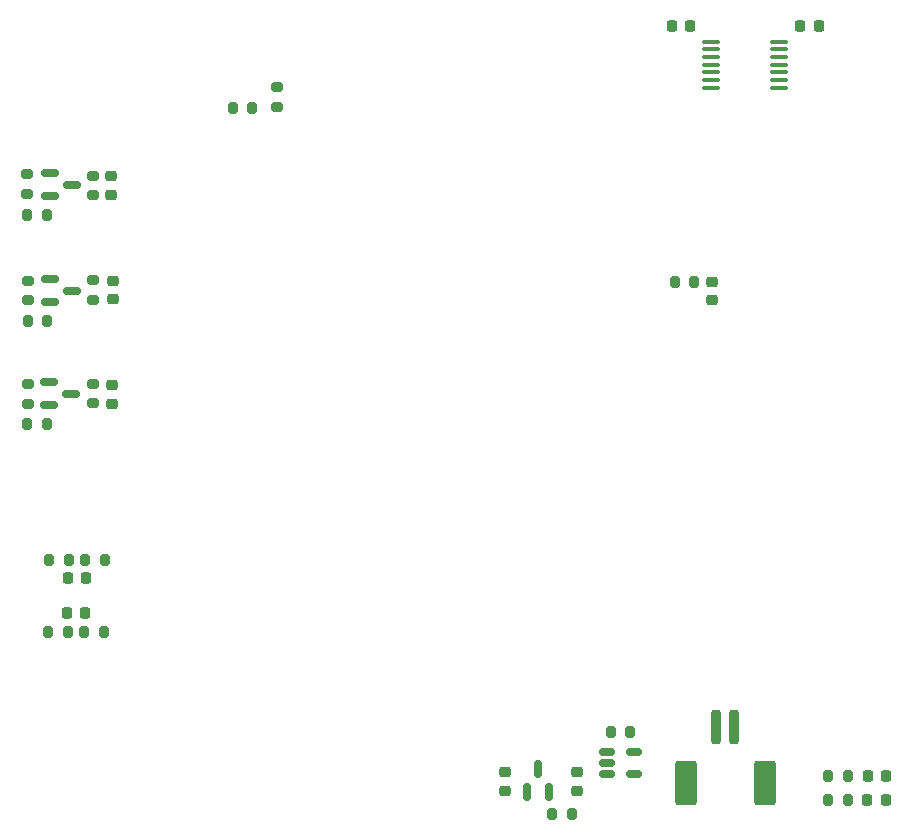
<source format=gbr>
%TF.GenerationSoftware,KiCad,Pcbnew,(7.0.0)*%
%TF.CreationDate,2024-01-22T14:48:15-03:00*%
%TF.ProjectId,ESP-EDU,4553502d-4544-4552-9e6b-696361645f70,rev?*%
%TF.SameCoordinates,Original*%
%TF.FileFunction,Paste,Top*%
%TF.FilePolarity,Positive*%
%FSLAX46Y46*%
G04 Gerber Fmt 4.6, Leading zero omitted, Abs format (unit mm)*
G04 Created by KiCad (PCBNEW (7.0.0)) date 2024-01-22 14:48:15*
%MOMM*%
%LPD*%
G01*
G04 APERTURE LIST*
G04 Aperture macros list*
%AMRoundRect*
0 Rectangle with rounded corners*
0 $1 Rounding radius*
0 $2 $3 $4 $5 $6 $7 $8 $9 X,Y pos of 4 corners*
0 Add a 4 corners polygon primitive as box body*
4,1,4,$2,$3,$4,$5,$6,$7,$8,$9,$2,$3,0*
0 Add four circle primitives for the rounded corners*
1,1,$1+$1,$2,$3*
1,1,$1+$1,$4,$5*
1,1,$1+$1,$6,$7*
1,1,$1+$1,$8,$9*
0 Add four rect primitives between the rounded corners*
20,1,$1+$1,$2,$3,$4,$5,0*
20,1,$1+$1,$4,$5,$6,$7,0*
20,1,$1+$1,$6,$7,$8,$9,0*
20,1,$1+$1,$8,$9,$2,$3,0*%
G04 Aperture macros list end*
%ADD10RoundRect,0.150000X-0.512500X-0.150000X0.512500X-0.150000X0.512500X0.150000X-0.512500X0.150000X0*%
%ADD11RoundRect,0.200000X-0.275000X0.200000X-0.275000X-0.200000X0.275000X-0.200000X0.275000X0.200000X0*%
%ADD12RoundRect,0.225000X-0.225000X-0.250000X0.225000X-0.250000X0.225000X0.250000X-0.225000X0.250000X0*%
%ADD13RoundRect,0.225000X0.225000X0.250000X-0.225000X0.250000X-0.225000X-0.250000X0.225000X-0.250000X0*%
%ADD14RoundRect,0.200000X-0.200000X-0.275000X0.200000X-0.275000X0.200000X0.275000X-0.200000X0.275000X0*%
%ADD15RoundRect,0.200000X0.200000X0.275000X-0.200000X0.275000X-0.200000X-0.275000X0.200000X-0.275000X0*%
%ADD16RoundRect,0.225000X-0.250000X0.225000X-0.250000X-0.225000X0.250000X-0.225000X0.250000X0.225000X0*%
%ADD17RoundRect,0.218750X-0.256250X0.218750X-0.256250X-0.218750X0.256250X-0.218750X0.256250X0.218750X0*%
%ADD18RoundRect,0.218750X-0.218750X-0.256250X0.218750X-0.256250X0.218750X0.256250X-0.218750X0.256250X0*%
%ADD19RoundRect,0.100000X-0.637500X-0.100000X0.637500X-0.100000X0.637500X0.100000X-0.637500X0.100000X0*%
%ADD20RoundRect,0.150000X-0.587500X-0.150000X0.587500X-0.150000X0.587500X0.150000X-0.587500X0.150000X0*%
%ADD21RoundRect,0.225000X0.250000X-0.225000X0.250000X0.225000X-0.250000X0.225000X-0.250000X-0.225000X0*%
%ADD22RoundRect,0.200000X0.275000X-0.200000X0.275000X0.200000X-0.275000X0.200000X-0.275000X-0.200000X0*%
%ADD23RoundRect,0.150000X0.150000X-0.587500X0.150000X0.587500X-0.150000X0.587500X-0.150000X-0.587500X0*%
%ADD24RoundRect,0.200000X-0.200000X-1.250000X0.200000X-1.250000X0.200000X1.250000X-0.200000X1.250000X0*%
%ADD25RoundRect,0.250000X-0.650000X-1.650000X0.650000X-1.650000X0.650000X1.650000X-0.650000X1.650000X0*%
G04 APERTURE END LIST*
D10*
%TO.C,U3*%
X136653000Y-102367000D03*
X136653000Y-103317000D03*
X136653000Y-104267000D03*
X138928000Y-104267000D03*
X138928000Y-102367000D03*
%TD*%
D11*
%TO.C,R3*%
X93091000Y-71221500D03*
X93091000Y-72871500D03*
%TD*%
D12*
%TO.C,C5*%
X153009000Y-40894000D03*
X154559000Y-40894000D03*
%TD*%
D13*
%TO.C,C2*%
X92469000Y-90672000D03*
X90919000Y-90672000D03*
%TD*%
D11*
%TO.C,R17*%
X93156000Y-53596000D03*
X93156000Y-55246000D03*
%TD*%
D14*
%TO.C,R27*%
X142380200Y-62636400D03*
X144030200Y-62636400D03*
%TD*%
%TO.C,R1*%
X89407000Y-86106000D03*
X91057000Y-86106000D03*
%TD*%
D15*
%TO.C,R23*%
X157035000Y-106426000D03*
X155385000Y-106426000D03*
%TD*%
D16*
%TO.C,C7*%
X128016000Y-104127000D03*
X128016000Y-105677000D03*
%TD*%
D15*
%TO.C,R7*%
X94043000Y-92202000D03*
X92393000Y-92202000D03*
%TD*%
D17*
%TO.C,D1*%
X94742000Y-71323000D03*
X94742000Y-72898000D03*
%TD*%
D18*
%TO.C,D6*%
X158699000Y-106426000D03*
X160274000Y-106426000D03*
%TD*%
D11*
%TO.C,R14*%
X93135750Y-62446500D03*
X93135750Y-64096500D03*
%TD*%
D19*
%TO.C,U2*%
X145473500Y-42246000D03*
X145473500Y-42896000D03*
X145473500Y-43546000D03*
X145473500Y-44196000D03*
X145473500Y-44846000D03*
X145473500Y-45496000D03*
X145473500Y-46146000D03*
X151198500Y-46146000D03*
X151198500Y-45496000D03*
X151198500Y-44846000D03*
X151198500Y-44196000D03*
X151198500Y-43546000D03*
X151198500Y-42896000D03*
X151198500Y-42246000D03*
%TD*%
D14*
%TO.C,R12*%
X87588750Y-65876500D03*
X89238750Y-65876500D03*
%TD*%
%TO.C,R6*%
X89317000Y-92202000D03*
X90967000Y-92202000D03*
%TD*%
D15*
%TO.C,R24*%
X138620000Y-100711000D03*
X136970000Y-100711000D03*
%TD*%
D20*
%TO.C,Q1*%
X89414500Y-71110500D03*
X89414500Y-73010500D03*
X91289500Y-72060500D03*
%TD*%
D16*
%TO.C,C9*%
X145542000Y-62610400D03*
X145542000Y-64160400D03*
%TD*%
D21*
%TO.C,C6*%
X134112000Y-105664000D03*
X134112000Y-104114000D03*
%TD*%
D14*
%TO.C,R15*%
X87568000Y-56961000D03*
X89218000Y-56961000D03*
%TD*%
D20*
%TO.C,Q3*%
X89497000Y-53406000D03*
X89497000Y-55306000D03*
X91372000Y-54356000D03*
%TD*%
D14*
%TO.C,R5*%
X87567000Y-74650500D03*
X89217000Y-74650500D03*
%TD*%
D15*
%TO.C,R22*%
X157035000Y-104394000D03*
X155385000Y-104394000D03*
%TD*%
D17*
%TO.C,D2*%
X94786750Y-62484000D03*
X94786750Y-64059000D03*
%TD*%
D11*
%TO.C,R25*%
X108712000Y-46102000D03*
X108712000Y-47752000D03*
%TD*%
D22*
%TO.C,R16*%
X87568000Y-55119000D03*
X87568000Y-53469000D03*
%TD*%
D13*
%TO.C,C8*%
X143663000Y-40894000D03*
X142113000Y-40894000D03*
%TD*%
D22*
%TO.C,R13*%
X87651750Y-64161500D03*
X87651750Y-62511500D03*
%TD*%
D17*
%TO.C,D3*%
X94680000Y-53633500D03*
X94680000Y-55208500D03*
%TD*%
D23*
%TO.C,Q5*%
X129860000Y-105748000D03*
X131760000Y-105748000D03*
X130810000Y-103873000D03*
%TD*%
D15*
%TO.C,R26*%
X106616000Y-47879000D03*
X104966000Y-47879000D03*
%TD*%
D20*
%TO.C,Q2*%
X89452750Y-62387500D03*
X89452750Y-64287500D03*
X91327750Y-63337500D03*
%TD*%
D24*
%TO.C,J3*%
X145900000Y-100300000D03*
X147400000Y-100300000D03*
D25*
X143300000Y-105000000D03*
X150000000Y-105000000D03*
%TD*%
D15*
%TO.C,R2*%
X94105000Y-86106000D03*
X92455000Y-86106000D03*
%TD*%
D18*
%TO.C,D5*%
X158724500Y-104394000D03*
X160299500Y-104394000D03*
%TD*%
D14*
%TO.C,R21*%
X132017000Y-107683000D03*
X133667000Y-107683000D03*
%TD*%
D22*
%TO.C,R4*%
X87630000Y-72935500D03*
X87630000Y-71285500D03*
%TD*%
D12*
%TO.C,C1*%
X90981000Y-87630000D03*
X92531000Y-87630000D03*
%TD*%
M02*

</source>
